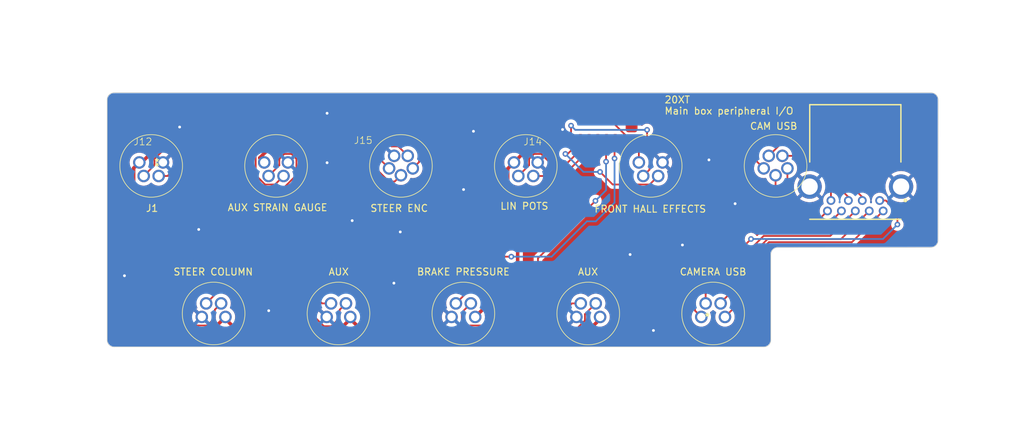
<source format=kicad_pcb>
(kicad_pcb (version 20221018) (generator pcbnew)
  (layers (0 "F.Cu" signal) (31 "B.Cu" signal) (34 "B.Paste" user) (35 "F.Paste" user) (36 "B.SilkS" user "B.Silkscreen") (37 "F.SilkS" user "F.Silkscreen") (38 "B.Mask" user) (39 "F.Mask" user) (44 "Edge.Cuts" user))
  (net 0 "")
  (net 1 "sg5v")
  (net 2 "Net-(J10-Pin_2)")
  (net 3 "Net-(J1-Pin_2)")
  (net 4 "Net-(J1-Pin_4)")
  (net 5 "Net-(J12-Pin_8)")
  (net 6 "Net-(J12-Pin_7)")
  (net 7 "GND")
  (net 8 "oth5v")
  (net 9 "Net-(J12-Pin_6)")
  (net 10 "Net-(J12-Pin_5)")
  (net 11 "Net-(J12-Pin_4)")
  (net 12 "Net-(J12-Pin_3)")
  (net 13 "Net-(J12-Pin_2)")
  (net 14 "Net-(J12-Pin_1)")
  (net 15 "Net-(J14-Pin_6)")
  (net 16 "Net-(J14-Pin_5)")
  (net 17 "Net-(J10-Pin_1)")
  (net 18 "Net-(J10-Pin_3)")
  (net 19 "Net-(J10-Pin_5)")
  (net 20 "Net-(J14-Pin_2)")
  (net 21 "Net-(J14-Pin_1)")
  (net 22 "Net-(J14-Pin_4)")
  (net 23 "Net-(J14-Pin_3)")
  (net 24 "Net-(J19-Pin_7)")
  (net 25 "Net-(J19-Pin_1)")
  (net 26 "Net-(J19-Pin_8)")
  (net 27 "Net-(J19-Pin_9)")
  (net 28 "Net-(J11-Pin_5)")
  (net 29 "Net-(J11-Pin_4)")
  (net 30 "Net-(J11-Pin_3)")
  (net 31 "Net-(J11-Pin_2)")
  (net 32 "Net-(J11-Pin_1)")
  (footprint "peripheralio:CONN_T4041017041-000_TEC" (layer "F.Cu") (at 121.897635 90.172679 180)
    (fp_text reference "J1" (at -0.123965 -6.093321 unlocked) (layer "F.SilkS"))
    (fp_text value "Conn_01x04" hide)
    (fp_text user "*" (at -0.839978 0.500799 180) (layer "F.SilkS"))
    (fp_text user "*" (at -0.839978 0.500799 180 unlocked) (layer "F.SilkS"))
    (fp_circle (center 0 0) (end 4.5 0) (stroke (width 0.1)) (fill none) (layer "F.SilkS"))
    (pad "1" thru_hole circle (at 1.700022 0.500799 180) (size 1.8 1.8) (drill 1.2) (layers "*.Cu" "*.Mask") (net 1 "sg5v"))
    (pad "2" thru_hole circle (at 1.074928 -1.4492 180) (size 1.8 1.8) (drill 1.2) (layers "*.Cu" "*.Mask") (net 3 "Net-(J1-Pin_2)"))
    (pad "3" thru_hole circle (at -1.700022 0.500799 180) (size 1.8 1.8) (drill 1.2) (layers "*.Cu" "*.Mask") (net 7 "GND"))
    (pad "4" thru_hole circle (at -1.074999 -1.4492 180) (size 1.8 1.8) (drill 1.2) (layers "*.Cu" "*.Mask") (net 4 "Net-(J1-Pin_4)"))
  )
  (footprint "peripheralio:CONN_T4041017041-000_TEC" (layer "F.Cu") (at 193.661235 90.172679 180)
    (fp_text reference "J6" hide)
    (fp_text value "Conn_01x04" hide)
    (fp_circle (center 0 0) (end 4.5 0) (stroke (width 0.1)) (fill none) (layer "F.SilkS"))
    (pad "1" thru_hole circle (at 1.700022 0.500799 180) (size 1.8 1.8) (drill 1.2) (layers "*.Cu" "*.Mask") (net 8 "oth5v"))
    (pad "2" thru_hole circle (at 1.074928 -1.4492 180) (size 1.8 1.8) (drill 1.2) (layers "*.Cu" "*.Mask") (net 15 "Net-(J14-Pin_6)"))
    (pad "3" thru_hole circle (at -1.700022 0.500799 180) (size 1.8 1.8) (drill 1.2) (layers "*.Cu" "*.Mask") (net 7 "GND"))
    (pad "4" thru_hole circle (at -1.074999 -1.4492 180) (size 1.8 1.8) (drill 1.2) (layers "*.Cu" "*.Mask") (net 16 "Net-(J14-Pin_5)"))
  )
  (footprint "peripheralio:CONN_T4041017041-000_TEC" (layer "F.Cu") (at 175.720335 90.172679 180)
    (fp_text reference "J9" hide)
    (fp_text value "Conn_01x04" hide)
    (fp_circle (center 0 0) (end 4.5 0) (stroke (width 0.1)) (fill none) (layer "F.SilkS"))
    (pad "1" thru_hole circle (at 1.700022 0.500799 180) (size 1.8 1.8) (drill 1.2) (layers "*.Cu" "*.Mask") (net 8 "oth5v"))
    (pad "2" thru_hole circle (at 1.074928 -1.4492 180) (size 1.8 1.8) (drill 1.2) (layers "*.Cu" "*.Mask") (net 22 "Net-(J14-Pin_4)"))
    (pad "3" thru_hole circle (at -1.700022 0.500799 180) (size 1.8 1.8) (drill 1.2) (layers "*.Cu" "*.Mask") (net 7 "GND"))
    (pad "4" thru_hole circle (at -1.074999 -1.4492 180) (size 1.8 1.8) (drill 1.2) (layers "*.Cu" "*.Mask") (net 23 "Net-(J14-Pin_3)"))
  )
  (footprint "peripheralio:CONN_T4041017041-000_TEC" (layer "F.Cu") (at 202.631735 111.398579)
    (fp_text reference "J8" hide)
    (fp_text value "Conn_01x04" hide)
    (fp_text user "*" (at -0.839978 0.500799) (layer "F.SilkS"))
    (fp_text user "*" (at -0.839978 0.500799 unlocked) (layer "F.SilkS"))
    (fp_circle (center 0 0) (end 4.5 0) (stroke (width 0.1)) (fill none) (layer "F.SilkS"))
    (pad "1" thru_hole circle (at 1.700022 0.500799) (size 1.8 1.8) (drill 1.2) (layers "*.Cu" "*.Mask") (net 27 "Net-(J19-Pin_9)"))
    (pad "2" thru_hole circle (at 1.074928 -1.4492) (size 1.8 1.8) (drill 1.2) (layers "*.Cu" "*.Mask") (net 26 "Net-(J19-Pin_8)"))
    (pad "3" thru_hole circle (at -1.700022 0.500799) (size 1.8 1.8) (drill 1.2) (layers "*.Cu" "*.Mask") (net 25 "Net-(J19-Pin_1)"))
    (pad "4" thru_hole circle (at -1.074999 -1.4492) (size 1.8 1.8) (drill 1.2) (layers "*.Cu" "*.Mask") (net 24 "Net-(J19-Pin_7)"))
  )
  (footprint "peripheralio:CONN_T4041017041-000_TEC" (layer "F.Cu") (at 148.809035 111.398579)
    (fp_text reference "J3" hide)
    (fp_text value "Conn_01x04" hide)
    (fp_circle (center 0 0) (end 4.5 0) (stroke (width 0.1)) (fill none) (layer "F.SilkS"))
    (pad "1" thru_hole circle (at 1.700022 0.500799) (size 1.8 1.8) (drill 1.2) (layers "*.Cu" "*.Mask") (net 1 "sg5v"))
    (pad "2" thru_hole circle (at 1.074928 -1.4492) (size 1.8 1.8) (drill 1.2) (layers "*.Cu" "*.Mask") (net 9 "Net-(J12-Pin_6)"))
    (pad "3" thru_hole circle (at -1.700022 0.500799) (size 1.8 1.8) (drill 1.2) (layers "*.Cu" "*.Mask") (net 7 "GND"))
    (pad "4" thru_hole circle (at -1.074999 -1.4492) (size 1.8 1.8) (drill 1.2) (layers "*.Cu" "*.Mask") (net 10 "Net-(J12-Pin_5)"))
  )
  (footprint "peripheralio:5pth" (layer "F.Cu") (at 211.602235 90.172679)
    (fp_text reference "J11" hide)
    (fp_text value "Conn_01x05" hide)
    (fp_circle (center 0 0) (end 4.5 0) (stroke (width 0.1)) (fill none) (layer "F.SilkS"))
    (pad "1" thru_hole circle (at 1.702 0.355) (size 1.8 1.8) (drill 1.2) (layers "*.Cu" "*.Mask") (net 32 "Net-(J11-Pin_1)"))
    (pad "2" thru_hole circle (at 0.978 -1.448) (size 1.8 1.8) (drill 1.2) (layers "*.Cu" "*.Mask") (net 31 "Net-(J11-Pin_2)"))
    (pad "3" thru_hole circle (at -1.702 0.355) (size 1.8 1.8) (drill 1.2) (layers "*.Cu" "*.Mask") (net 30 "Net-(J11-Pin_3)"))
    (pad "4" thru_hole circle (at -0.978 -1.448) (size 1.8 1.8) (drill 1.2) (layers "*.Cu" "*.Mask") (net 29 "Net-(J11-Pin_4)"))
    (pad "5" thru_hole circle (at 0 1.346) (size 1.8 1.8) (drill 1.2) (layers "*.Cu" "*.Mask") (net 28 "Net-(J11-Pin_5)"))
  )
  (footprint "peripheralio:CONN_T4041017041-000_TEC" (layer "F.Cu") (at 130.868135 111.398579)
    (fp_text reference "J2" hide)
    (fp_text value "Conn_01x04" hide)
    (fp_circle (center 0 0) (end 4.5 0) (stroke (width 0.1)) (fill none) (layer "F.SilkS"))
    (pad "1" thru_hole circle (at 1.700022 0.500799) (size 1.8 1.8) (drill 1.2) (layers "*.Cu" "*.Mask") (net 1 "sg5v"))
    (pad "2" thru_hole circle (at 1.074928 -1.4492) (size 1.8 1.8) (drill 1.2) (layers "*.Cu" "*.Mask") (net 5 "Net-(J12-Pin_8)"))
    (pad "3" thru_hole circle (at -1.700022 0.500799) (size 1.8 1.8) (drill 1.2) (layers "*.Cu" "*.Mask") (net 7 "GND"))
    (pad "4" thru_hole circle (at -1.074999 -1.4492) (size 1.8 1.8) (drill 1.2) (layers "*.Cu" "*.Mask") (net 6 "Net-(J12-Pin_7)"))
  )
  (footprint "peripheralio:5pth" (layer "F.Cu") (at 157.779435 90.172679)
    (fp_text reference "J10" hide)
    (fp_text value "Conn_01x05" hide)
    (fp_circle (center 0 0) (end 4.5 0) (stroke (width 0.1)) (fill none) (layer "F.SilkS"))
    (pad "1" thru_hole circle (at 1.702 0.355) (size 1.8 1.8) (drill 1.2) (layers "*.Cu" "*.Mask") (net 17 "Net-(J10-Pin_1)"))
    (pad "2" thru_hole circle (at 0.978 -1.448) (size 1.8 1.8) (drill 1.2) (layers "*.Cu" "*.Mask") (net 2 "Net-(J10-Pin_2)"))
    (pad "3" thru_hole circle (at -1.702 0.355) (size 1.8 1.8) (drill 1.2) (layers "*.Cu" "*.Mask") (net 18 "Net-(J10-Pin_3)"))
    (pad "4" thru_hole circle (at -0.978 -1.448) (size 1.8 1.8) (drill 1.2) (layers "*.Cu" "*.Mask") (net 7 "GND"))
    (pad "5" thru_hole circle (at 0 1.346) (size 1.8 1.8) (drill 1.2) (layers "*.Cu" "*.Mask") (net 19 "Net-(J10-Pin_5)"))
  )
  (footprint "peripheralio:SMD_picoblade_hori_1x08" (layer "F.Cu") (at 176.7175 87.1961)
    (fp_text reference "J14" (at 0 -0.5 unlocked) (layer "F.SilkS") (effects (font (thickness 0.1))))
    (fp_text value "Conn_01x08")
    (pad "" smd roundrect (at 0.85 -3.05) (size 1.7 2.4) (layers "F.Cu" "F.Paste" "F.Mask"))
    (pad "" smd roundrect (at 14.2 -3.05) (size 1.7 2.4) (layers "F.Cu" "F.Paste" "F.Mask"))
    (pad "1" smd roundrect (at 11.85 -0.8) (size 0.6 1.6) (layers "F.Cu" "F.Paste" "F.Mask") (net 21 "Net-(J14-Pin_1)"))
    (pad "2" smd roundrect (at 10.6 -0.8) (size 0.6 1.6) (layers "F.Cu" "F.Paste" "F.Mask") (net 20 "Net-(J14-Pin_2)"))
    (pad "3" smd roundrect (at 9.35 -0.8) (size 0.6 1.6) (layers "F.Cu" "F.Paste" "F.Mask") (net 23 "Net-(J14-Pin_3)"))
    (pad "4" smd roundrect (at 8.1 -0.8) (size 0.6 1.6) (layers "F.Cu" "F.Paste" "F.Mask") (net 22 "Net-(J14-Pin_4)"))
    (pad "5" smd roundrect (at 6.85 -0.8) (size 0.6 1.6) (layers "F.Cu" "F.Paste" "F.Mask") (net 16 "Net-(J14-Pin_5)"))
    (pad "6" smd roundrect (at 5.6 -0.8) (size 0.6 1.6) (layers "F.Cu" "F.Paste" "F.Mask") (net 15 "Net-(J14-Pin_6)"))
    (pad "7" smd roundrect (at 4.35 -0.8) (size 0.6 1.6) (layers "F.Cu" "F.Paste" "F.Mask") (net 7 "GND"))
    (pad "8" smd roundrect (at 3.1 -0.8) (size 0.6 1.6) (layers "F.Cu" "F.Paste" "F.Mask") (net 8 "oth5v"))
  )
  (footprint "peripheralio:SMD_picoblade_hori_1x12" (layer "F.Cu") (at 120.7051 87.1961)
    (fp_text reference "J12" (at 0 -0.5 unlocked) (layer "F.SilkS") (effects (font (thickness 0.1))))
    (fp_text value "Conn_01x12")
    (pad "" smd roundrect (at 0.85 -3.05) (size 1.7 2.4) (layers "F.Cu" "F.Paste" "F.Mask"))
    (pad "" smd roundrect (at 19.2 -3.05) (size 1.7 2.4) (layers "F.Cu" "F.Paste" "F.Mask"))
    (pad "1" smd roundrect (at 16.85 -0.8) (size 0.6 1.6) (layers "F.Cu" "F.Paste" "F.Mask") (net 14 "Net-(J12-Pin_1)"))
    (pad "2" smd roundrect (at 15.6 -0.8) (size 0.6 1.6) (layers "F.Cu" "F.Paste" "F.Mask") (net 13 "Net-(J12-Pin_2)"))
    (pad "3" smd roundrect (at 14.35 -0.8) (size 0.6 1.6) (layers "F.Cu" "F.Paste" "F.Mask") (net 12 "Net-(J12-Pin_3)"))
    (pad "4" smd roundrect (at 13.1 -0.8) (size 0.6 1.6) (layers "F.Cu" "F.Paste" "F.Mask") (net 11 "Net-(J12-Pin_4)"))
    (pad "5" smd roundrect (at 11.85 -0.8) (size 0.6 1.6) (layers "F.Cu" "F.Paste" "F.Mask") (net 10 "Net-(J12-Pin_5)"))
    (pad "6" smd roundrect (at 10.6 -0.8) (size 0.6 1.6) (layers "F.Cu" "F.Paste" "F.Mask") (net 9 "Net-(J12-Pin_6)"))
    (pad "7" smd roundrect (at 9.35 -0.8) (size 0.6 1.6) (layers "F.Cu" "F.Paste" "F.Mask") (net 6 "Net-(J12-Pin_7)"))
    (pad "8" smd roundrect (at 8.1 -0.8) (size 0.6 1.6) (layers "F.Cu" "F.Paste" "F.Mask") (net 5 "Net-(J12-Pin_8)"))
    (pad "9" smd roundrect (at 6.85 -0.8) (size 0.6 1.6) (layers "F.Cu" "F.Paste" "F.Mask") (net 4 "Net-(J1-Pin_4)"))
    (pad "10" smd roundrect (at 5.6 -0.8) (size 0.6 1.6) (layers "F.Cu" "F.Paste" "F.Mask") (net 3 "Net-(J1-Pin_2)"))
    (pad "11" smd roundrect (at 4.35 -0.8) (size 0.6 1.6) (layers "F.Cu" "F.Paste" "F.Mask") (net 7 "GND"))
    (pad "12" smd roundrect (at 3.1 -0.8) (size 0.6 1.6) (layers "F.Cu" "F.Paste" "F.Mask") (net 1 "sg5v"))
  )
  (footprint "peripheralio:SMD_picoblade_hori_1x05" (layer "F.Cu") (at 152.364 86.997)
    (fp_text reference "J15" (at 0 -0.5 unlocked) (layer "F.SilkS") (effects (font (thickness 0.1))))
    (fp_text value "Conn_01x05")
    (pad "" smd roundrect (at 0.85 -3.05) (size 1.7 2.4) (layers "F.Cu" "F.Paste" "F.Mask"))
    (pad "" smd roundrect (at 10.45 -3.05) (size 1.7 2.4) (layers "F.Cu" "F.Paste" "F.Mask"))
    (pad "1" smd roundrect (at 8.1 -0.8) (size 0.6 1.6) (layers "F.Cu" "F.Paste" "F.Mask") (net 7 "GND"))
    (pad "2" smd roundrect (at 6.85 -0.8) (size 0.6 1.6) (layers "F.Cu" "F.Paste" "F.Mask") (net 17 "Net-(J10-Pin_1)"))
    (pad "3" smd roundrect (at 5.6 -0.8) (size 0.6 1.6) (layers "F.Cu" "F.Paste" "F.Mask") (net 19 "Net-(J10-Pin_5)"))
    (pad "4" smd roundrect (at 4.35 -0.8) (size 0.6 1.6) (layers "F.Cu" "F.Paste" "F.Mask") (net 18 "Net-(J10-Pin_3)"))
    (pad "5" smd roundrect (at 3.1 -0.8) (size 0.6 1.6) (layers "F.Cu" "F.Paste" "F.Mask") (net 2 "Net-(J10-Pin_2)"))
  )
  (footprint "peripheralio:CONN_T4041017041-000_TEC" (layer "F.Cu") (at 184.690835 111.398579)
    (fp_text reference "J4" hide)
    (fp_text value "Conn_01x04" hide)
    (fp_circle (center 0 0) (end 4.5 0) (stroke (width 0.1)) (fill none) (layer "F.SilkS"))
    (pad "1" thru_hole circle (at 1.700022 0.500799) (size 1.8 1.8) (drill 1.2) (layers "*.Cu" "*.Mask") (net 1 "sg5v"))
    (pad "2" thru_hole circle (at 1.074928 -1.4492) (size 1.8 1.8) (drill 1.2) (layers "*.Cu" "*.Mask") (net 11 "Net-(J12-Pin_4)"))
    (pad "3" thru_hole circle (at -1.700022 0.500799) (size 1.8 1.8) (drill 1.2) (layers "*.Cu" "*.Mask") (net 7 "GND"))
    (pad "4" thru_hole circle (at -1.074999 -1.4492) (size 1.8 1.8) (drill 1.2) (layers "*.Cu" "*.Mask") (net 12 "Net-(J12-Pin_3)"))
  )
  (footprint "peripheralio:1932258-1" (layer "F.Cu") (at 223.06 81.37 180)
    (fp_text reference "J19" hide)
    (fp_text value "Conn_01x11" hide)
    (fp_line (start -6.55 -16.48) (end 6.55 -16.48) (stroke (width 0.2)) (layer "F.SilkS"))
    (fp_line (start -6.55 -8.24) (end -6.55 0) (stroke (width 0.2)) (layer "F.SilkS"))
    (fp_line (start -6.55 0) (end 6.55 0) (stroke (width 0.2)) (layer "F.SilkS"))
    (fp_line (start 6.55 0) (end 6.55 -8.24) (stroke (width 0.2)) (layer "F.SilkS"))
    (fp_circle (center -7.193 -13.776) (end -7.193 -13.71085) (stroke (width 0.2)) (fill none) (layer "F.SilkS"))
    (pad "1" thru_hole circle (at -3.5 -13.78 180) (size 1.26 1.26) (drill 0.76) (layers "*.Cu" "*.Mask") (net 25 "Net-(J19-Pin_1)"))
    (pad "2" thru_hole circle (at -1 -13.78 180) (size 1.26 1.26) (drill 0.76) (layers "*.Cu" "*.Mask") (net 30 "Net-(J11-Pin_3)"))
    (pad "3" thru_hole circle (at 1 -13.78 180) (size 1.26 1.26) (drill 0.76) (layers "*.Cu" "*.Mask") (net 29 "Net-(J11-Pin_4)"))
    (pad "4" thru_hole circle (at 3.5 -13.78 180) (size 1.26 1.26) (drill 0.76) (layers "*.Cu" "*.Mask") (net 31 "Net-(J11-Pin_2)"))
    (pad "5" thru_hole circle (at 4 -15.28 180) (size 1.26 1.26) (drill 0.76) (layers "*.Cu" "*.Mask") (net 32 "Net-(J11-Pin_1)"))
    (pad "6" thru_hole circle (at 2 -15.28 180) (size 1.26 1.26) (drill 0.76) (layers "*.Cu" "*.Mask") (net 28 "Net-(J11-Pin_5)"))
    (pad "7" thru_hole circle (at 0 -15.28 180) (size 1.26 1.26) (drill 0.76) (layers "*.Cu" "*.Mask") (net 24 "Net-(J19-Pin_7)"))
    (pad "8" thru_hole circle (at -2 -15.28 180) (size 1.26 1.26) (drill 0.76) (layers "*.Cu" "*.Mask") (net 26 "Net-(J19-Pin_8)"))
    (pad "9" thru_hole circle (at -4 -15.28 180) (size 1.26 1.26) (drill 0.76) (layers "*.Cu" "*.Mask") (net 27 "Net-(J19-Pin_9)"))
    (pad "10" thru_hole circle (at 6.57 -11.78 180) (size 3.5 3.5) (drill 2.35) (layers "*.Cu" "*.Mask") (net 7 "GND"))
    (pad "11" thru_hole circle (at -6.57 -11.78 180) (size 3.5 3.5) (drill 2.35) (layers "*.Cu" "*.Mask") (net 7 "GND"))
  )
  (footprint "peripheralio:CONN_T4041017041-000_TEC" (layer "F.Cu") (at 139.838535 90.172679 180)
    (fp_text reference "J5" hide)
    (fp_text value "Conn_01x04" hide)
    (fp_circle (center 0 0) (end 4.5 0) (stroke (width 0.1)) (fill none) (layer "F.SilkS"))
    (pad "1" thru_hole circle (at 1.700022 0.500799 180) (size 1.8 1.8) (drill 1.2) (layers "*.Cu" "*.Mask") (net 1 "sg5v"))
    (pad "2" thru_hole circle (at 1.074928 -1.4492 180) (size 1.8 1.8) (drill 1.2) (layers "*.Cu" "*.Mask") (net 13 "Net-(J12-Pin_2)"))
    (pad "3" thru_hole circle (at -1.700022 0.500799 180) (size 1.8 1.8) (drill 1.2) (layers "*.Cu" "*.Mask") (net 7 "GND"))
    (pad "4" thru_hole circle (at -1.074999 -1.4492 180) (size 1.8 1.8) (drill 1.2) (layers "*.Cu" "*.Mask") (net 14 "Net-(J12-Pin_1)"))
  )
  (footprint "peripheralio:CONN_T4041017041-000_TEC" (layer "F.Cu") (at 166.749935 111.398579)
    (fp_text reference "J7" hide)
    (fp_text value "Conn_01x04" hide)
    (fp_circle (center 0 0) (end 4.5 0) (stroke (width 0.1)) (fill none) (layer "F.SilkS"))
    (pad "1" thru_hole circle (at 1.700022 0.500799) (size 1.8 1.8) (drill 1.2) (layers "*.Cu" "*.Mask") (net 8 "oth5v"))
    (pad "2" thru_hole circle (at 1.074928 -1.4492) (size 1.8 1.8) (drill 1.2) (layers "*.Cu" "*.Mask") (net 20 "Net-(J14-Pin_2)"))
    (pad "3" thru_hole circle (at -1.700022 0.500799) (size 1.8 1.8) (drill 1.2) (layers "*.Cu" "*.Mask") (net 7 "GND"))
    (pad "4" thru_hole circle (at -1.074999 -1.4492) (size 1.8 1.8) (drill 1.2) (layers "*.Cu" "*.Mask") (net 21 "Net-(J14-Pin_1)"))
  )
  (gr_arc (start 116.57 116.205) (mid 115.862893 115.912107) (end 115.57 115.205) (stroke (width 0.1)) (layer "Edge.Cuts"))
  (gr_line (start 210.9216 115.205) (end 210.9216 102.903569) (stroke (width 0.1)) (layer "Edge.Cuts"))
  (gr_line (start 115.57 115.205) (end 115.57 80.6544) (stroke (width 0.1)) (layer "Edge.Cuts"))
  (gr_arc (start 210.9216 115.205) (mid 210.628707 115.912107) (end 209.9216 116.205) (stroke (width 0.1)) (layer "Edge.Cuts"))
  (gr_line (start 233.956249 79.6544) (end 116.57 79.6544) (stroke (width 0.1)) (layer "Edge.Cuts"))
  (gr_arc (start 210.9216 102.903569) (mid 211.214069 102.196918) (end 211.920369 101.90357) (stroke (width 0.1)) (layer "Edge.Cuts"))
  (gr_arc (start 234.943749 100.877069) (mid 234.651058 101.583326) (end 233.94498 101.87645) (stroke (width 0.1)) (layer "Edge.Cuts"))
  (gr_line (start 234.943749 100.877069) (end 234.956249 80.655018) (stroke (width 0.1)) (layer "Edge.Cuts"))
  (gr_line (start 116.57 116.205) (end 209.9216 116.205) (stroke (width 0.1)) (layer "Edge.Cuts"))
  (gr_arc (start 233.956249 79.6544) (mid 234.663574 79.947512) (end 234.956249 80.655018) (stroke (width 0.1)) (layer "Edge.Cuts"))
  (gr_arc (start 115.57 80.6544) (mid 115.862893 79.947293) (end 116.57 79.6544) (stroke (width 0.1)) (layer "Edge.Cuts"))
  (gr_line (start 211.920369 101.90357) (end 233.94498 101.87645) (stroke (width 0.1)) (layer "Edge.Cuts"))
  (gr_text "FRONT HALL EFFECTS" (at 193.5988 96.3676) (layer "F.SilkS") (effects (font (size 1 1))))
  (gr_text "STEER ENC" (at 157.5308 96.266) (layer "F.SilkS") (effects (font (size 1 1))))
  (gr_text "AUX" (at 148.844 105.41) (layer "F.SilkS") (effects (font (size 1 1))))
  (gr_text "AUX" (at 184.658 105.41) (layer "F.SilkS") (effects (font (size 1 1))))
  (gr_text "AUX STRAIN GAUGE" (at 140.0556 96.1644) (layer "F.SilkS") (effects (font (size 1 1))))
  (gr_text "CAMERA USB" (at 202.62 105.41) (layer "F.SilkS") (effects (font (size 1 1))))
  (gr_text "CAM USB" (at 211.328 84.455) (layer "F.SilkS") (effects (font (size 1 1))))
  (gr_text "LIN POTS" (at 175.514 95.9612) (layer "F.SilkS") (effects (font (size 1 1))))
  (gr_text "STEER COLUMN" (at 130.81 105.41) (layer "F.SilkS") (effects (font (size 1 1))))
  (gr_text "BRAKE PRESSURE" (at 166.751 105.41) (layer "F.SilkS") (effects (font (size 1 1))))
  (gr_text "20XT\nMain box peripheral I/O" (at 195.58 82.8548) (layer "F.SilkS") (effects (font (size 1 1)) (justify left bottom)))
  (segment (start 125.155 101.838172) (end 119.38 96.063172) (width 0.5) (layer "F.Cu") (net 1))
  (segment (start 138.3051 88.205293) (end 138.3051 85.497572) (width 0.5) (layer "F.Cu") (net 1))
  (segment (start 119.38 96.063172) (end 119.38 90.489493) (width 0.5) (layer "F.Cu") (net 1))
  (segment (start 132.568157 111.899378) (end 129.557935 114.9096) (width 0.5) (layer "F.Cu") (net 1))
  (segment (start 138.138513 89.67188) (end 137.488513 89.02188) (width 0.5) (layer "F.Cu") (net 1))
  (segment (start 120.52932 89.67188) (end 123.8051 86.3961) (width 0.5) (layer "F.Cu") (net 1))
  (segment (start 129.557935 114.9096) (end 126.136028 114.9096) (width 0.5) (layer "F.Cu") (net 1))
  (segment (start 138.3051 85.497572) (end 135.814728 83.0072) (width 0.5) (layer "F.Cu") (net 1))
  (segment (start 125.155 113.928572) (end 125.155 101.838172) (width 0.5) (layer "F.Cu") (net 1))
  (segment (start 119.38 90.489493) (end 120.197613 89.67188) (width 0.5) (layer "F.Cu") (net 1))
  (segment (start 135.494957 115.1128) (end 132.568157 112.186) (width 0.5) (layer "F.Cu") (net 1))
  (segment (start 153.435857 115.1128) (end 150.509057 112.186) (width 0.5) (layer "F.Cu") (net 1))
  (segment (start 135.814728 83.0072) (end 125.1712 83.0072) (width 0.5) (layer "F.Cu") (net 1))
  (segment (start 150.509057 112.186) (end 147.582257 115.1128) (width 0.5) (layer "F.Cu") (net 1))
  (segment (start 183.464057 115.1128) (end 153.435857 115.1128) (width 0.5) (layer "F.Cu") (net 1))
  (segment (start 137.488513 89.02188) (end 138.3051 88.205293) (width 0.5) (layer "F.Cu") (net 1))
  (segment (start 123.8051 84.3733) (end 123.8051 86.3961) (width 0.5) (layer "F.Cu") (net 1))
  (segment (start 186.390857 112.186) (end 183.464057 115.1128) (width 0.5) (layer "F.Cu") (net 1))
  (segment (start 147.582257 115.1128) (end 135.494957 115.1128) (width 0.5) (layer "F.Cu") (net 1))
  (segment (start 126.136028 114.9096) (end 125.155 113.928572) (width 0.5) (layer "F.Cu") (net 1))
  (segment (start 125.1712 83.0072) (end 123.8051 84.3733) (width 0.5) (layer "F.Cu") (net 1))
  (segment (start 157.401456 87.3687) (end 156.444149 87.3687) (width 0.25) (layer "F.Cu") (net 2))
  (segment (start 156.444149 87.3687) (end 155.5409 86.465451) (width 0.25) (layer "F.Cu") (net 2))
  (segment (start 158.757435 88.724679) (end 157.401456 87.3687) (width 0.25) (layer "F.Cu") (net 2))
  (segment (start 122.372657 90.071929) (end 122.372657 89.164468) (width 0.25) (layer "F.Cu") (net 3))
  (segment (start 122.372657 89.164468) (end 124.016025 87.5211) (width 0.25) (layer "F.Cu") (net 3))
  (segment (start 124.016025 87.5211) (end 125.401851 87.5211) (width 0.25) (layer "F.Cu") (net 3))
  (segment (start 126.3051 86.617851) (end 126.3051 86.3961) (width 0.25) (layer "F.Cu") (net 3))
  (segment (start 125.401851 87.5211) (end 126.3051 86.617851) (width 0.25) (layer "F.Cu") (net 3))
  (segment (start 120.822707 91.621879) (end 122.372657 90.071929) (width 0.25) (layer "F.Cu") (net 3))
  (segment (start 124.245426 91.621879) (end 127.5551 88.312205) (width 0.25) (layer "F.Cu") (net 4))
  (segment (start 127.5551 88.312205) (end 127.5551 86.3961) (width 0.25) (layer "F.Cu") (net 4))
  (segment (start 122.972634 91.621879) (end 124.245426 91.621879) (width 0.25) (layer "F.Cu") (net 4))
  (segment (start 135.1388 101.894) (end 135.1388 101.2444) (width 0.25) (layer "F.Cu") (net 5))
  (segment (start 127 110.0328) (end 135.1388 101.894) (width 0.25) (layer "F.Cu") (net 5))
  (segment (start 135.1388 101.2444) (end 128.8051 94.9107) (width 0.25) (layer "F.Cu") (net 5))
  (segment (start 131.943063 109.949379) (end 131.043063 110.849379) (width 0.25) (layer "F.Cu") (net 5))
  (segment (start 128.8051 94.9107) (end 128.8051 86.3961) (width 0.25) (layer "F.Cu") (net 5))
  (segment (start 127.653178 113.124378) (end 127 112.4712) (width 0.25) (layer "F.Cu") (net 5))
  (segment (start 131.043063 112.034937) (end 129.953622 113.124378) (width 0.25) (layer "F.Cu") (net 5))
  (segment (start 131.043063 110.849379) (end 131.043063 112.034937) (width 0.25) (layer "F.Cu") (net 5))
  (segment (start 129.953622 113.124378) (end 127.653178 113.124378) (width 0.25) (layer "F.Cu") (net 5))
  (segment (start 127 112.4712) (end 127 110.0328) (width 0.25) (layer "F.Cu") (net 5))
  (segment (start 136.3888 101.1428) (end 130.0551 94.8091) (width 0.25) (layer "F.Cu") (net 6))
  (segment (start 129.793136 109.949379) (end 136.3888 103.353715) (width 0.25) (layer "F.Cu") (net 6))
  (segment (start 136.3888 103.353715) (end 136.3888 101.1428) (width 0.25) (layer "F.Cu") (net 6))
  (segment (start 130.0551 94.8091) (end 130.0551 86.3961) (width 0.25) (layer "F.Cu") (net 6))
  (segment (start 181.0675 85.0047) (end 181.0004 84.9376) (width 0.25) (layer "F.Cu") (net 7))
  (segment (start 125.0551 86.3961) (end 125.0551 85.5109) (width 0.25) (layer "F.Cu") (net 7))
  (segment (start 181.0675 86.3961) (end 181.0675 85.0047) (width 0.25) (layer "F.Cu") (net 7))
  (segment (start 125.0551 85.5109) (end 125.984 84.582) (width 0.25) (layer "F.Cu") (net 7))
  (via (at 168.1988 85.1916) (size 0.8) (drill 0.4) (layers "F.Cu" "B.Cu") (net 7))
  (via (at 205.7908 95.6056) (size 0.8) (drill 0.4) (layers "F.Cu" "B.Cu") (net 7))
  (via (at 198.2216 101.5492) (size 0.8) (drill 0.4) (layers "F.Cu" "B.Cu") (net 7))
  (via (at 125.984 84.582) (size 0.8) (drill 0.4) (layers "F.Cu" "B.Cu") (net 7))
  (via (at 181.0004 84.9376) (size 0.8) (drill 0.4) (layers "F.Cu" "B.Cu") (net 7))
  (via (at 147.1676 89.7128) (size 0.8) (drill 0.4) (layers "F.Cu" "B.Cu") (net 7))
  (via (at 147.1676 82.6008) (size 0.8) (drill 0.4) (layers "F.Cu" "B.Cu") (net 7))
  (via (at 194.056 113.8428) (size 0.8) (drill 0.4) (layers "F.Cu" "B.Cu") (net 7))
  (via (at 166.7764 93.5736) (size 0.8) (drill 0.4) (layers "F.Cu" "B.Cu") (net 7))
  (via (at 156.7688 107.0356) (size 0.8) (drill 0.4) (layers "F.Cu" "B.Cu") (net 7))
  (via (at 128.7272 99.314) (size 0.8) (drill 0.4) (layers "F.Cu" "B.Cu") (net 7))
  (via (at 138.7856 110.998) (size 0.8) (drill 0.4) (layers "F.Cu" "B.Cu") (net 7))
  (via (at 202.0316 89.3064) (size 0.8) (drill 0.4) (layers "F.Cu" "B.Cu") (net 7))
  (via (at 150.7744 98.044) (size 0.8) (drill 0.4) (layers "F.Cu" "B.Cu") (net 7))
  (via (at 118.0592 105.9688) (size 0.8) (drill 0.4) (layers "F.Cu" "B.Cu") (net 7))
  (via (at 190.7032 102.9208) (size 0.8) (drill 0.4) (layers "F.Cu" "B.Cu") (net 7))
  (via (at 157.6832 99.6696) (size 0.8) (drill 0.4) (layers "F.Cu" "B.Cu") (net 7))
  (segment (start 178.7106 87.503) (end 179.8175 86.3961) (width 0.5) (layer "F.Cu") (net 8))
  (segment (start 173.120313 94.757486) (end 173.120313 90.57188) (width 0.5) (layer "F.Cu") (net 8))
  (segment (start 181.102 83.1596) (end 179.8175 84.4441) (width 0.25) (layer "F.Cu") (net 8))
  (segment (start 191.961213 87.668813) (end 187.452 83.1596) (width 0.25) (layer "F.Cu") (net 8))
  (segment (start 191.961213 89.67188) (end 191.961213 87.668813) (width 0.25) (layer "F.Cu") (net 8))
  (segment (start 187.452 83.1596) (end 181.102 83.1596) (width 0.25) (layer "F.Cu") (net 8))
  (segment (start 179.8175 84.4441) (end 179.8175 86.3961) (width 0.25) (layer "F.Cu") (net 8))
  (segment (start 174.5488 96.185973) (end 173.120313 94.757486) (width 0.5) (layer "F.Cu") (net 8))
  (segment (start 173.120313 90.57188) (end 174.020313 89.67188) (width 0.5) (layer "F.Cu") (net 8))
  (segment (start 176.189193 87.503) (end 174.020313 89.67188) (width 0.5) (layer "F.Cu") (net 8))
  (segment (start 176.189193 87.503) (end 178.7106 87.503) (width 0.5) (layer "F.Cu") (net 8))
  (segment (start 168.449957 111.899378) (end 174.5488 105.800535) (width 0.5) (layer "F.Cu") (net 8))
  (segment (start 174.5488 105.800535) (end 174.5488 96.185973) (width 0.5) (layer "F.Cu") (net 8))
  (segment (start 131.3051 94.8091) (end 131.3051 86.3961) (width 0.25) (layer "F.Cu") (net 9))
  (segment (start 147.7772 113.2332) (end 146.7104 113.2332) (width 0.25) (layer "F.Cu") (net 9))
  (segment (start 148.983963 112.026437) (end 147.7772 113.2332) (width 0.25) (layer "F.Cu") (net 9))
  (segment (start 149.883963 109.949379) (end 148.983963 110.849379) (width 0.25) (layer "F.Cu") (net 9))
  (segment (start 137.6388 101.1428) (end 131.3051 94.8091) (width 0.25) (layer "F.Cu") (net 9))
  (segment (start 146.7104 113.2332) (end 137.6388 104.1616) (width 0.25) (layer "F.Cu") (net 9))
  (segment (start 148.983963 110.849379) (end 148.983963 112.026437) (width 0.25) (layer "F.Cu") (net 9))
  (segment (start 137.6388 104.1616) (end 137.6388 101.1428) (width 0.25) (layer "F.Cu") (net 9))
  (segment (start 138.8888 102.376935) (end 138.8888 101.1428) (width 0.25) (layer "F.Cu") (net 10))
  (segment (start 138.8888 101.1428) (end 132.5551 94.8091) (width 0.25) (layer "F.Cu") (net 10))
  (segment (start 147.734036 109.949379) (end 146.461244 109.949379) (width 0.25) (layer "F.Cu") (net 10))
  (segment (start 132.5551 94.8091) (end 132.5551 86.3961) (width 0.25) (layer "F.Cu") (net 10))
  (segment (start 146.461244 109.949379) (end 138.8888 102.376935) (width 0.25) (layer "F.Cu") (net 10))
  (segment (start 185.765763 109.949379) (end 184.215813 111.499329) (width 0.25) (layer "F.Cu") (net 11))
  (segment (start 153.487029 114.3508) (end 153.487029 111.221429) (width 0.25) (layer "F.Cu") (net 11))
  (segment (start 182.271803 114.3508) (end 153.487029 114.3508) (width 0.25) (layer "F.Cu") (net 11))
  (segment (start 153.487029 111.221429) (end 145.0268 102.7612) (width 0.25) (layer "F.Cu") (net 11))
  (segment (start 145.0268 102.7612) (end 141.535449 102.7612) (width 0.25) (layer "F.Cu") (net 11))
  (segment (start 184.215813 112.40679) (end 182.271803 114.3508) (width 0.25) (layer "F.Cu") (net 11))
  (segment (start 141.535449 102.7612) (end 133.8051 95.030851) (width 0.25) (layer "F.Cu") (net 11))
  (segment (start 184.215813 111.499329) (end 184.215813 112.40679) (width 0.25) (layer "F.Cu") (net 11))
  (segment (start 133.8051 95.030851) (end 133.8051 86.3961) (width 0.25) (layer "F.Cu") (net 11))
  (segment (start 135.0551 95.030851) (end 135.0551 86.3961) (width 0.25) (layer "F.Cu") (net 12))
  (segment (start 182.343044 109.949379) (end 178.551223 113.7412) (width 0.25) (layer "F.Cu") (net 12))
  (segment (start 142.335449 102.3112) (end 135.0551 95.030851) (width 0.25) (layer "F.Cu") (net 12))
  (segment (start 183.615836 109.949379) (end 182.343044 109.949379) (width 0.25) (layer "F.Cu") (net 12))
  (segment (start 145.4912 102.3112) (end 142.335449 102.3112) (width 0.25) (layer "F.Cu") (net 12))
  (segment (start 156.9212 113.7412) (end 145.4912 102.3112) (width 0.25) (layer "F.Cu") (net 12))
  (segment (start 178.551223 113.7412) (end 156.9212 113.7412) (width 0.25) (layer "F.Cu") (net 12))
  (segment (start 142.763557 89.164468) (end 142.763557 91.504268) (width 0.25) (layer "F.Cu") (net 13))
  (segment (start 140.313557 90.071929) (end 140.313557 89.164468) (width 0.25) (layer "F.Cu") (net 13))
  (segment (start 140.970946 93.296879) (end 138.051679 93.296879) (width 0.25) (layer "F.Cu") (net 13))
  (segment (start 142.763557 91.504268) (end 140.970946 93.296879) (width 0.25) (layer "F.Cu") (net 13))
  (segment (start 138.763607 91.621879) (end 140.313557 90.071929) (width 0.25) (layer "F.Cu") (net 13))
  (segment (start 141.031145 88.44688) (end 142.045969 88.44688) (width 0.25) (layer "F.Cu") (net 13))
  (segment (start 138.051679 93.296879) (end 136.3051 91.5503) (width 0.25) (layer "F.Cu") (net 13))
  (segment (start 142.045969 88.44688) (end 142.763557 89.164468) (width 0.25) (layer "F.Cu") (net 13))
  (segment (start 140.313557 89.164468) (end 141.031145 88.44688) (width 0.25) (layer "F.Cu") (net 13))
  (segment (start 136.3051 91.5503) (end 136.3051 86.3961) (width 0.25) (layer "F.Cu") (net 13))
  (segment (start 137.5551 87.6413) (end 137.5551 86.3961) (width 0.25) (layer "F.Cu") (net 14))
  (segment (start 136.913513 91.504197) (end 136.913513 88.282887) (width 0.25) (layer "F.Cu") (net 14))
  (segment (start 139.688534 92.846879) (end 138.256195 92.846879) (width 0.25) (layer "F.Cu") (net 14))
  (segment (start 140.913534 91.621879) (end 139.688534 92.846879) (width 0.25) (layer "F.Cu") (net 14))
  (segment (start 136.913513 88.282887) (end 137.5551 87.6413) (width 0.25) (layer "F.Cu") (net 14))
  (segment (start 138.256195 92.846879) (end 136.913513 91.504197) (width 0.25) (layer "F.Cu") (net 14))
  (segment (start 193.486307 90.721879) (end 193.486307 87.79693) (width 0.25) (layer "F.Cu") (net 15))
  (segment (start 193.486307 87.79693) (end 193.1416 87.452223) (width 0.25) (layer "F.Cu") (net 15))
  (segment (start 193.1416 87.452223) (end 193.1416 84.9884) (width 0.25) (layer "F.Cu") (net 15))
  (segment (start 182.2196 84.3788) (end 182.2196 86.2982) (width 0.25) (layer "F.Cu") (net 15))
  (segment (start 192.586307 91.621879) (end 193.486307 90.721879) (width 0.25) (layer "F.Cu") (net 15))
  (via (at 182.2196 84.3788) (size 0.8) (drill 0.4) (layers "F.Cu" "B.Cu") (net 15))
  (via (at 193.1416 84.9884) (size 0.8) (drill 0.4) (layers "F.Cu" "B.Cu") (net 15))
  (segment (start 193.1416 84.9884) (end 182.8292 84.9884) (width 0.25) (layer "B.Cu") (net 15))
  (segment (start 182.8292 84.9884) (end 182.2196 84.3788) (width 0.25) (layer "B.Cu") (net 15))
  (segment (start 194.736234 91.621879) (end 193.511234 92.846879) (width 0.25) (layer "F.Cu") (net 16))
  (segment (start 181.4068 88.4428) (end 181.742551 88.4428) (width 0.25) (layer "F.Cu") (net 16))
  (segment (start 193.511234 92.846879) (end 188.198479 92.846879) (width 0.25) (layer "F.Cu") (net 16))
  (segment (start 181.742551 88.4428) (end 183.5675 86.617851) (width 0.25) (layer "F.Cu") (net 16))
  (segment (start 188.198479 92.846879) (end 186.3852 91.0336) (width 0.25) (layer "F.Cu") (net 16))
  (via (at 186.3852 91.0336) (size 0.8) (drill 0.4) (layers "F.Cu" "B.Cu") (net 16))
  (via (at 181.4068 88.4428) (size 0.8) (drill 0.4) (layers "F.Cu" "B.Cu") (net 16))
  (segment (start 183.9976 91.0336) (end 181.4068 88.4428) (width 0.25) (layer "B.Cu") (net 16))
  (segment (start 186.3852 91.0336) (end 183.9976 91.0336) (width 0.25) (layer "B.Cu") (net 16))
  (segment (start 160.381435 87.334235) (end 159.2909 86.2437) (width 0.25) (layer "F.Cu") (net 17))
  (segment (start 159.481435 90.527679) (end 160.381435 89.627679) (width 0.25) (layer "F.Cu") (net 17))
  (segment (start 160.381435 89.627679) (end 160.381435 87.334235) (width 0.25) (layer "F.Cu") (net 17))
  (segment (start 154.9159 89.366144) (end 154.9159 85.396949) (width 0.25) (layer "F.Cu") (net 18))
  (segment (start 156.077435 90.527679) (end 154.9159 89.366144) (width 0.25) (layer "F.Cu") (net 18))
  (segment (start 154.9159 85.396949) (end 155.194149 85.1187) (width 0.25) (layer "F.Cu") (net 18))
  (segment (start 155.194149 85.1187) (end 155.887651 85.1187) (width 0.25) (layer "F.Cu") (net 18))
  (segment (start 155.887651 85.1187) (end 156.7909 86.021949) (width 0.25) (layer "F.Cu") (net 18))
  (segment (start 154.4659 90.8389) (end 154.4659 85.210553) (width 0.25) (layer "F.Cu") (net 19))
  (segment (start 157.779435 91.518679) (end 156.879435 92.418679) (width 0.25) (layer "F.Cu") (net 19))
  (segment (start 157.964 85.975249) (end 157.964 86.197) (width 0.25) (layer "F.Cu") (net 19))
  (segment (start 156.657451 84.6687) (end 157.964 85.975249) (width 0.25) (layer "F.Cu") (net 19))
  (segment (start 156.879435 92.418679) (end 156.045679 92.418679) (width 0.25) (layer "F.Cu") (net 19))
  (segment (start 158.0409 85.898349) (end 158.0409 86.021949) (width 0.25) (layer "F.Cu") (net 19))
  (segment (start 156.045679 92.418679) (end 154.4659 90.8389) (width 0.25) (layer "F.Cu") (net 19))
  (segment (start 154.4659 85.210553) (end 155.007753 84.6687) (width 0.25) (layer "F.Cu") (net 19))
  (segment (start 155.007753 84.6687) (end 156.657451 84.6687) (width 0.25) (layer "F.Cu") (net 19))
  (segment (start 166.5224 112.3696) (end 167.277178 113.124378) (width 0.25) (layer "F.Cu") (net 20))
  (segment (start 187.2488 89.5604) (end 187.2488 86.4648) (width 0.25) (layer "F.Cu") (net 20))
  (segment (start 167.277178 113.124378) (end 170.058826 113.124378) (width 0.25) (layer "F.Cu") (net 20))
  (segment (start 166.5224 111.251842) (end 166.5224 112.3696) (width 0.25) (layer "F.Cu") (net 20))
  (segment (start 170.058826 113.124378) (end 177.468404 105.7148) (width 0.25) (layer "F.Cu") (net 20))
  (segment (start 177.468404 103.455596) (end 185.7248 95.1992) (width 0.25) (layer "F.Cu") (net 20))
  (segment (start 177.468404 105.7148) (end 177.468404 103.455596) (width 0.25) (layer "F.Cu") (net 20))
  (segment (start 167.824863 109.949379) (end 166.5224 111.251842) (width 0.25) (layer "F.Cu") (net 20))
  (via (at 187.2488 89.5604) (size 0.8) (drill 0.4) (layers "F.Cu" "B.Cu") (net 20))
  (via (at 185.7248 95.1992) (size 0.8) (drill 0.4) (layers "F.Cu" "B.Cu") (net 20))
  (segment (start 187.2488 93.6752) (end 187.2488 89.5604) (width 0.25) (layer "B.Cu") (net 20))
  (segment (start 185.7248 95.1992) (end 187.2488 93.6752) (width 0.25) (layer "B.Cu") (net 20))
  (segment (start 165.674936 109.949379) (end 172.398715 103.2256) (width 0.25) (layer "F.Cu") (net 21))
  (segment (start 172.398715 103.2256) (end 173.6344 103.2256) (width 0.25) (layer "F.Cu") (net 21))
  (segment (start 188.468 89.1032) (end 188.468 86.4956) (width 0.25) (layer "F.Cu") (net 21))
  (via (at 173.6344 103.2256) (size 0.8) (drill 0.4) (layers "F.Cu" "B.Cu") (net 21))
  (via (at 188.468 89.1032) (size 0.8) (drill 0.4) (layers "F.Cu" "B.Cu") (net 21))
  (segment (start 185.7756 98.1456) (end 188.468 95.4532) (width 0.25) (layer "B.Cu") (net 21))
  (segment (start 179.4256 103.2256) (end 173.6344 103.2256) (width 0.25) (layer "B.Cu") (net 21))
  (segment (start 188.468 95.4532) (end 188.468 89.1032) (width 0.25) (layer "B.Cu") (net 21))
  (segment (start 184.5056 98.1456) (end 179.4256 103.2256) (width 0.25) (layer "B.Cu") (net 21))
  (segment (start 185.7756 98.1456) (end 184.5056 98.1456) (width 0.25) (layer "B.Cu") (net 21))
  (segment (start 174.645407 91.621879) (end 176.195357 90.071929) (width 0.25) (layer "F.Cu") (net 22))
  (segment (start 177.927769 88.44688) (end 179.152769 89.67188) (width 0.25) (layer "F.Cu") (net 22))
  (segment (start 181.763471 89.67188) (end 184.8175 86.617851) (width 0.25) (layer "F.Cu") (net 22))
  (segment (start 179.152769 89.67188) (end 181.763471 89.67188) (width 0.25) (layer "F.Cu") (net 22))
  (segment (start 176.195357 90.071929) (end 176.195357 89.164468) (width 0.25) (layer "F.Cu") (net 22))
  (segment (start 176.912945 88.44688) (end 177.927769 88.44688) (width 0.25) (layer "F.Cu") (net 22))
  (segment (start 176.195357 89.164468) (end 176.912945 88.44688) (width 0.25) (layer "F.Cu") (net 22))
  (segment (start 176.795334 91.621879) (end 181.063472 91.621879) (width 0.25) (layer "F.Cu") (net 23))
  (segment (start 181.063472 91.621879) (end 186.0675 86.617851) (width 0.25) (layer "F.Cu") (net 23))
  (segment (start 201.556736 109.949379) (end 201.556736 108.577264) (width 0.25) (layer "F.Cu") (net 24))
  (segment (start 201.556736 108.577264) (end 209.8912 100.2428) (width 0.25) (layer "F.Cu") (net 24))
  (segment (start 209.8912 100.2428) (end 219.4672 100.2428) (width 0.25) (layer "F.Cu") (net 24))
  (segment (start 219.4672 100.2428) (end 223.06 96.65) (width 0.25) (layer "F.Cu") (net 24))
  (segment (start 229.108 98.6028) (end 229.108 96.807046) (width 0.25) (layer "F.Cu") (net 25))
  (segment (start 229.108 96.807046) (end 227.450954 95.15) (width 0.25) (layer "F.Cu") (net 25))
  (segment (start 200.031713 108.730687) (end 208.0768 100.6856) (width 0.25) (layer "F.Cu") (net 25))
  (segment (start 200.931713 111.899378) (end 200.031713 110.999378) (width 0.25) (layer "F.Cu") (net 25))
  (segment (start 200.031713 110.999378) (end 200.031713 108.730687) (width 0.25) (layer "F.Cu") (net 25))
  (segment (start 227.450954 95.15) (end 226.56 95.15) (width 0.25) (layer "F.Cu") (net 25))
  (via (at 208.0768 100.6856) (size 0.8) (drill 0.4) (layers "F.Cu" "B.Cu") (net 25))
  (via (at 229.108 98.6028) (size 0.8) (drill 0.4) (layers "F.Cu" "B.Cu") (net 25))
  (segment (start 227.0252 100.6856) (end 229.108 98.6028) (width 0.25) (layer "B.Cu") (net 25))
  (segment (start 208.0768 100.6856) (end 227.0252 100.6856) (width 0.25) (layer "B.Cu") (net 25))
  (segment (start 203.706663 109.856337) (end 208.026 105.537) (width 0.25) (layer "F.Cu") (net 26))
  (segment (start 208.026 103.124) (end 210.4572 100.6928) (width 0.25) (layer "F.Cu") (net 26))
  (segment (start 210.4572 100.6928) (end 221.0172 100.6928) (width 0.25) (layer "F.Cu") (net 26))
  (segment (start 208.026 105.537) (end 208.026 103.124) (width 0.25) (layer "F.Cu") (net 26))
  (segment (start 221.0172 100.6928) (end 225.06 96.65) (width 0.25) (layer "F.Cu") (net 26))
  (segment (start 222.5672 101.1428) (end 227.06 96.65) (width 0.25) (layer "F.Cu") (net 27))
  (segment (start 204.331757 111.898243) (end 208.4832 107.7468) (width 0.25) (layer "F.Cu") (net 27))
  (segment (start 208.4832 107.7468) (end 208.4832 103.303196) (width 0.25) (layer "F.Cu") (net 27))
  (segment (start 210.643596 101.1428) (end 222.5672 101.1428) (width 0.25) (layer "F.Cu") (net 27))
  (segment (start 208.4832 103.303196) (end 210.643596 101.1428) (width 0.25) (layer "F.Cu") (net 27))
  (segment (start 214.3976 99.7928) (end 217.9172 99.7928) (width 0.25) (layer "F.Cu") (net 28))
  (segment (start 211.602235 91.518679) (end 211.602235 96.997435) (width 0.25) (layer "F.Cu") (net 28))
  (segment (start 211.602235 96.997435) (end 214.3976 99.7928) (width 0.25) (layer "F.Cu") (net 28))
  (segment (start 217.9172 99.7928) (end 221.06 96.65) (width 0.25) (layer "F.Cu") (net 28))
  (segment (start 214.532 87.122) (end 222.06 94.65) (width 0.25) (layer "F.Cu") (net 29))
  (segment (start 210.624235 88.724679) (end 212.226914 87.122) (width 0.25) (layer "F.Cu") (net 29))
  (segment (start 212.226914 87.122) (end 214.532 87.122) (width 0.25) (layer "F.Cu") (net 29))
  (segment (start 208.915 89.542444) (end 208.915 87.249) (width 0.25) (layer "F.Cu") (net 30))
  (segment (start 209.931 86.233) (end 215.643 86.233) (width 0.25) (layer "F.Cu") (net 30))
  (segment (start 209.900235 90.527679) (end 208.915 89.542444) (width 0.25) (layer "F.Cu") (net 30))
  (segment (start 208.915 87.249) (end 209.931 86.233) (width 0.25) (layer "F.Cu") (net 30))
  (segment (start 215.643 86.233) (end 224.06 94.65) (width 0.25) (layer "F.Cu") (net 30))
  (segment (start 215.499173 88.724679) (end 219.56 92.785506) (width 0.25) (layer "F.Cu") (net 31))
  (segment (start 212.580235 88.724679) (end 215.499173 88.724679) (width 0.25) (layer "F.Cu") (net 31))
  (segment (start 219.56 92.785506) (end 219.56 95.15) (width 0.25) (layer "F.Cu") (net 31))
  (segment (start 213.304235 96.972235) (end 215.5698 99.2378) (width 0.25) (layer "F.Cu") (net 32))
  (segment (start 215.5698 99.2378) (end 216.4722 99.2378) (width 0.25) (layer "F.Cu") (net 32))
  (segment (start 216.4722 99.2378) (end 219.06 96.65) (width 0.25) (layer "F.Cu") (net 32))
  (segment (start 213.304235 90.527679) (end 213.304235 96.972235) (width 0.25) (layer "F.Cu") (net 32))
  (zone (net 7) (net_name "GND") (layer "F.Cu") (connect_pads (clearance 0.5)) (min_thickness 0.25) (fill yes (thermal_gap 0.5) (thermal_bridge_width 0.5))
    (polygon (pts (xy 108.1532 76.4032) (xy 243.9924 76.4032) (xy 241.0968 123.0884) (xy 105.5624 124.8156)))
  )
  (zone (net 7) (net_name "GND") (layer "B.Cu") (priority 1) (connect_pads (clearance 0.5)) (min_thickness 0.25) (fill yes (thermal_gap 0.5) (thermal_bridge_width 0.5))
    (polygon (pts (xy 105.6132 73.1012) (xy 247.2944 73.1012) (xy 246.2784 127.4572) (xy 100.1776 126.4412)))
  )
)
</source>
